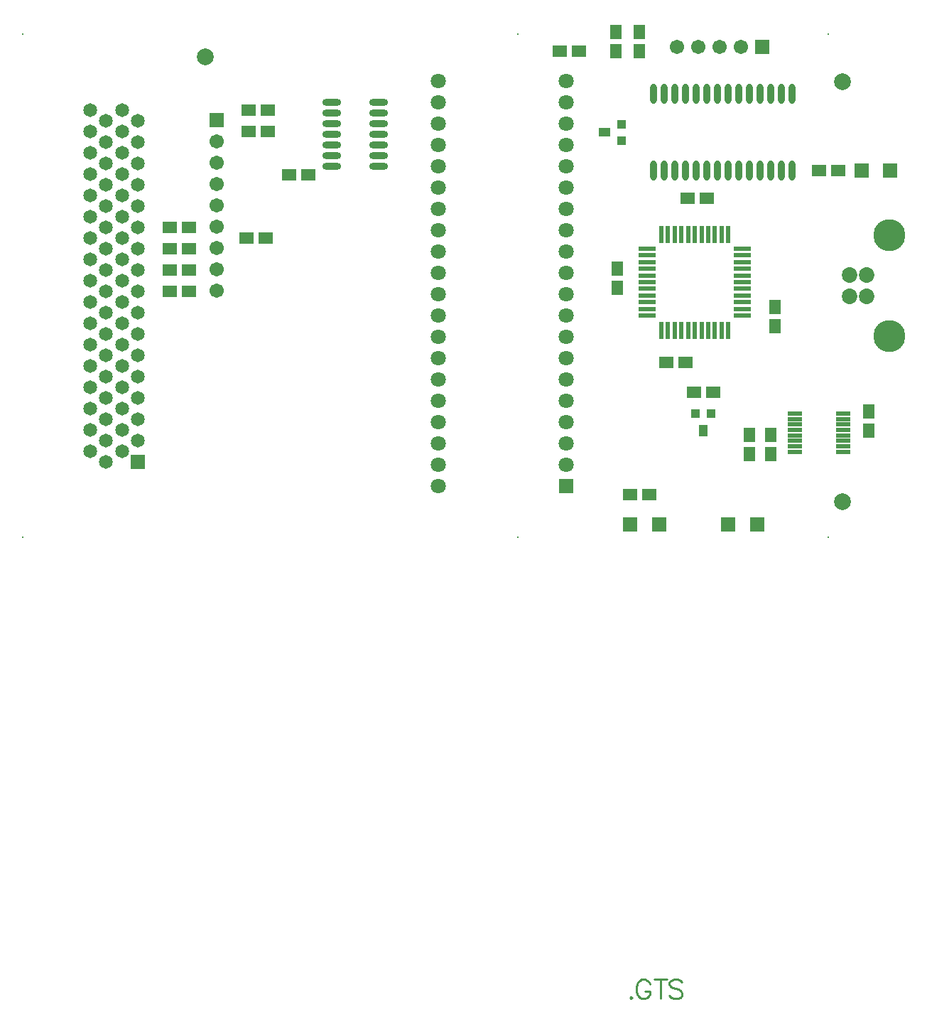
<source format=gts>
%FSLAX44Y44*%
%MOMM*%
G71*
G01*
G75*
%ADD10C,0.2000*%
%ADD11O,0.6000X2.2000*%
%ADD12O,0.6000X2.2000*%
%ADD13R,1.5240X1.5240*%
%ADD14R,1.5240X1.2700*%
%ADD15R,1.2700X1.5240*%
%ADD16O,2.0320X0.6096*%
%ADD17R,0.4064X1.9050*%
%ADD18R,1.9050X0.4064*%
%ADD19C,1.0000*%
%ADD20R,0.9144X0.9144*%
%ADD21R,1.2700X0.9144*%
%ADD22R,1.5000X0.4000*%
%ADD23R,0.9144X1.2700*%
%ADD24C,0.2540*%
%ADD25C,0.3000*%
%ADD26C,1.0000*%
%ADD27C,0.5000*%
%ADD28C,0.8000*%
%ADD29C,0.6000*%
%ADD30C,0.2286*%
%ADD31C,1.6000*%
%ADD32R,1.6000X1.6000*%
%ADD33C,1.5000*%
%ADD34R,1.5000X1.5000*%
%ADD35C,1.4500*%
%ADD36R,1.4500X1.4500*%
%ADD37C,1.6510*%
%ADD38C,3.6000*%
%ADD39C,0.8000*%
%ADD40O,2.5400X0.7500*%
%ADD41R,2.5400X0.7500*%
%ADD42C,0.4000*%
%ADD43C,0.7000*%
%ADD44C,0.2500*%
%ADD45C,0.3048*%
%ADD46C,0.1500*%
%ADD47O,0.8032X2.4032*%
%ADD48O,0.8032X2.4032*%
%ADD49R,1.7272X1.7272*%
%ADD50R,1.7272X1.4732*%
%ADD51R,1.4732X1.7272*%
%ADD52O,2.2352X0.8128*%
%ADD53R,0.6096X2.1082*%
%ADD54R,2.1082X0.6096*%
%ADD55C,2.0000*%
%ADD56R,1.1176X1.1176*%
%ADD57R,1.4732X1.1176*%
%ADD58R,1.7032X0.6032*%
%ADD59R,1.1176X1.4732*%
%ADD60C,1.8032*%
%ADD61C,0.2032*%
%ADD62R,1.8032X1.8032*%
%ADD63C,1.7032*%
%ADD64R,1.7032X1.7032*%
%ADD65C,1.6532*%
%ADD66R,1.6532X1.6532*%
%ADD67C,1.8542*%
%ADD68C,3.8032*%
D30*
X2872684Y1389144D02*
X2871596Y1388055D01*
X2872684Y1386967D01*
X2873772Y1388055D01*
X2872684Y1389144D01*
X2895104Y1404380D02*
X2894016Y1406557D01*
X2891839Y1408734D01*
X2889662Y1409822D01*
X2885309D01*
X2883132Y1408734D01*
X2880956Y1406557D01*
X2879867Y1404380D01*
X2878779Y1401115D01*
Y1395674D01*
X2879867Y1392409D01*
X2880956Y1390232D01*
X2883132Y1388055D01*
X2885309Y1386967D01*
X2889662D01*
X2891839Y1388055D01*
X2894016Y1390232D01*
X2895104Y1392409D01*
Y1395674D01*
X2889662D02*
X2895104D01*
X2907946Y1409822D02*
Y1386967D01*
X2900328Y1409822D02*
X2915565D01*
X2933522Y1406557D02*
X2931346Y1408734D01*
X2928080Y1409822D01*
X2923727D01*
X2920462Y1408734D01*
X2918286Y1406557D01*
Y1404380D01*
X2919374Y1402204D01*
X2920462Y1401115D01*
X2922639Y1400027D01*
X2929169Y1397850D01*
X2931346Y1396762D01*
X2932434Y1395674D01*
X2933522Y1393497D01*
Y1390232D01*
X2931346Y1388055D01*
X2928080Y1386967D01*
X2923727D01*
X2920462Y1388055D01*
X2918286Y1390232D01*
D47*
X3013836Y2465197D02*
D03*
X2924936Y2373197D02*
D03*
X2937636D02*
D03*
X2950336D02*
D03*
X2963036D02*
D03*
X3051936D02*
D03*
X3064636D02*
D03*
X2975736Y2465197D02*
D03*
X2912236D02*
D03*
X2899536D02*
D03*
X3039236D02*
D03*
X3026536D02*
D03*
X3051936D02*
D03*
X2912236Y2373197D02*
D03*
X2950336Y2465197D02*
D03*
X2937636D02*
D03*
X2899536Y2373197D02*
D03*
X2924936Y2465197D02*
D03*
X3001136D02*
D03*
X2988436D02*
D03*
X2975736Y2373197D02*
D03*
X3039236D02*
D03*
X3013836D02*
D03*
X3001136D02*
D03*
X2988436D02*
D03*
X3026536D02*
D03*
X2963036Y2465197D02*
D03*
D48*
X3064636D02*
D03*
D49*
X3181630Y2373197D02*
D03*
X3147340D02*
D03*
X2871596Y1952117D02*
D03*
X2905886D02*
D03*
X2988436D02*
D03*
X3022726D02*
D03*
D50*
X3096542Y2373197D02*
D03*
X3119402D02*
D03*
X2810518Y2516121D02*
D03*
X2787658D02*
D03*
X2871506Y1987483D02*
D03*
X2894366D02*
D03*
X2914776Y2145157D02*
D03*
X2937636D02*
D03*
X2940176Y2340737D02*
D03*
X2963036D02*
D03*
X2488056Y2368677D02*
D03*
X2465196D02*
D03*
X2947796Y2109597D02*
D03*
X2970656D02*
D03*
X2416936Y2445867D02*
D03*
X2439796D02*
D03*
X2416936Y2420467D02*
D03*
X2439796D02*
D03*
X2322930Y2306167D02*
D03*
X2345790D02*
D03*
Y2280767D02*
D03*
X2322930D02*
D03*
X2414396Y2293467D02*
D03*
X2437256D02*
D03*
X2322930Y2255367D02*
D03*
X2345790D02*
D03*
X2322930Y2229967D02*
D03*
X2345790D02*
D03*
D51*
X2882168Y2538981D02*
D03*
Y2516121D02*
D03*
X3039236Y2058797D02*
D03*
Y2035937D02*
D03*
X3156076Y2086737D02*
D03*
Y2063877D02*
D03*
X3044316Y2188337D02*
D03*
Y2211197D02*
D03*
X3013836Y2058797D02*
D03*
Y2035937D02*
D03*
X2856356Y2256917D02*
D03*
Y2234057D02*
D03*
X2854753Y2516121D02*
D03*
Y2538981D02*
D03*
D52*
X2571876Y2378837D02*
D03*
Y2391537D02*
D03*
Y2455037D02*
D03*
X2515996Y2404237D02*
D03*
Y2378837D02*
D03*
Y2416937D02*
D03*
Y2391537D02*
D03*
X2571876Y2404237D02*
D03*
Y2429637D02*
D03*
X2515996D02*
D03*
Y2442337D02*
D03*
X2571876Y2416937D02*
D03*
Y2442337D02*
D03*
X2515996Y2455037D02*
D03*
D53*
X2956686Y2297557D02*
D03*
X2980562D02*
D03*
X2972688Y2183511D02*
D03*
X2980562D02*
D03*
X2964560D02*
D03*
X2956686D02*
D03*
X2988436Y2297557D02*
D03*
X2964560D02*
D03*
X2924682D02*
D03*
X2916808D02*
D03*
X2908680D02*
D03*
X2916808Y2183511D02*
D03*
X2924682D02*
D03*
X2932810D02*
D03*
X2988436D02*
D03*
X2932810Y2297557D02*
D03*
X2948558Y2183511D02*
D03*
X2940684Y2297557D02*
D03*
X2972688D02*
D03*
X2948558D02*
D03*
X2940684Y2183511D02*
D03*
X2908680D02*
D03*
D54*
X3005454Y2224659D02*
D03*
Y2232787D02*
D03*
Y2240661D02*
D03*
Y2200783D02*
D03*
Y2280539D02*
D03*
X2891662D02*
D03*
Y2272665D02*
D03*
Y2256663D02*
D03*
Y2240661D02*
D03*
X3005454Y2208657D02*
D03*
Y2248535D02*
D03*
Y2256663D02*
D03*
Y2264537D02*
D03*
Y2272665D02*
D03*
X2891662Y2264537D02*
D03*
Y2248535D02*
D03*
Y2224659D02*
D03*
Y2216785D02*
D03*
Y2208657D02*
D03*
Y2200783D02*
D03*
Y2232787D02*
D03*
X3005454Y2216785D02*
D03*
D55*
X2364916Y2509317D02*
D03*
X3124916Y1979317D02*
D03*
Y2479317D02*
D03*
D56*
X2861436Y2409317D02*
D03*
Y2428367D02*
D03*
X2949066Y2084197D02*
D03*
X2968116D02*
D03*
D57*
X2841116Y2418969D02*
D03*
D58*
X3067596Y2051477D02*
D03*
Y2057977D02*
D03*
X3125596Y2044977D02*
D03*
Y2038477D02*
D03*
Y2051477D02*
D03*
Y2083977D02*
D03*
X3067596Y2038477D02*
D03*
Y2044977D02*
D03*
Y2064477D02*
D03*
Y2070977D02*
D03*
Y2077477D02*
D03*
Y2083977D02*
D03*
X3125596Y2057977D02*
D03*
Y2064477D02*
D03*
Y2077477D02*
D03*
Y2070977D02*
D03*
D59*
X2958464Y2063877D02*
D03*
D60*
X2642996Y2353437D02*
D03*
Y1997837D02*
D03*
Y2023237D02*
D03*
Y2048637D02*
D03*
Y2074037D02*
D03*
Y2099437D02*
D03*
Y2124837D02*
D03*
Y2150237D02*
D03*
Y2175637D02*
D03*
Y2201037D02*
D03*
Y2226437D02*
D03*
Y2251837D02*
D03*
Y2277237D02*
D03*
Y2302637D02*
D03*
Y2328037D02*
D03*
Y2378837D02*
D03*
Y2404237D02*
D03*
Y2429637D02*
D03*
Y2455037D02*
D03*
Y2480437D02*
D03*
X2795396D02*
D03*
Y2455037D02*
D03*
Y2429637D02*
D03*
Y2404237D02*
D03*
Y2378837D02*
D03*
Y2353437D02*
D03*
Y2328037D02*
D03*
Y2302637D02*
D03*
Y2277237D02*
D03*
Y2251837D02*
D03*
Y2226437D02*
D03*
Y2201037D02*
D03*
Y2175637D02*
D03*
Y2150237D02*
D03*
Y2124837D02*
D03*
Y2099437D02*
D03*
Y2074037D02*
D03*
Y2048637D02*
D03*
Y2023237D02*
D03*
D61*
X2147916Y1936317D02*
D03*
Y2536317D02*
D03*
X3107916D02*
D03*
X2737916D02*
D03*
X3107916Y1936317D02*
D03*
X2737916D02*
D03*
D62*
X2795396Y1997837D02*
D03*
D63*
X2952876Y2521077D02*
D03*
X2978276D02*
D03*
X3003676D02*
D03*
X2927476D02*
D03*
X2378836Y2255517D02*
D03*
Y2230117D02*
D03*
Y2280917D02*
D03*
Y2331717D02*
D03*
Y2407917D02*
D03*
Y2382517D02*
D03*
Y2306317D02*
D03*
Y2357117D02*
D03*
D64*
X3029076Y2521077D02*
D03*
X2378836Y2433317D02*
D03*
D65*
X2265866Y2039467D02*
D03*
X2284916Y2052167D02*
D03*
X2227766Y2039467D02*
D03*
X2246816Y2052167D02*
D03*
X2265866Y2064867D02*
D03*
X2284916Y2077567D02*
D03*
X2227766Y2064867D02*
D03*
X2246816Y2077567D02*
D03*
X2265866Y2090267D02*
D03*
X2284916Y2102967D02*
D03*
X2227766Y2090267D02*
D03*
X2246816Y2102967D02*
D03*
X2265866Y2115667D02*
D03*
X2284916Y2128367D02*
D03*
X2227766Y2115667D02*
D03*
X2246816Y2128367D02*
D03*
X2265866Y2141067D02*
D03*
X2284916Y2153767D02*
D03*
X2227766Y2141067D02*
D03*
X2246816Y2153767D02*
D03*
X2265866Y2166467D02*
D03*
X2284916Y2179167D02*
D03*
X2227766Y2166467D02*
D03*
X2246816Y2179167D02*
D03*
X2265866Y2191867D02*
D03*
X2284916Y2204567D02*
D03*
X2227766Y2191867D02*
D03*
X2246816Y2204567D02*
D03*
X2265866Y2217267D02*
D03*
X2284916Y2229967D02*
D03*
X2227766Y2217267D02*
D03*
X2246816Y2229967D02*
D03*
X2265866Y2242667D02*
D03*
X2284916Y2255367D02*
D03*
X2227766Y2242667D02*
D03*
X2246816Y2255367D02*
D03*
X2265866Y2268067D02*
D03*
X2284916Y2280767D02*
D03*
X2227766Y2268067D02*
D03*
X2246816Y2280767D02*
D03*
X2265866Y2293467D02*
D03*
X2284916Y2306167D02*
D03*
X2227766Y2293467D02*
D03*
X2246816Y2306167D02*
D03*
X2284916Y2331567D02*
D03*
X2227766Y2318867D02*
D03*
X2246816Y2331567D02*
D03*
X2265866Y2344267D02*
D03*
X2284916Y2356967D02*
D03*
X2227766Y2344267D02*
D03*
X2246816Y2356967D02*
D03*
X2265866Y2369667D02*
D03*
X2284916Y2382367D02*
D03*
X2227766Y2369667D02*
D03*
X2246816Y2382367D02*
D03*
X2265866Y2395067D02*
D03*
X2284916Y2407767D02*
D03*
X2246816D02*
D03*
X2265866Y2420467D02*
D03*
X2284916Y2433167D02*
D03*
X2227766Y2420467D02*
D03*
X2246816Y2433167D02*
D03*
X2265866Y2445867D02*
D03*
X2227766D02*
D03*
X2246816Y2026767D02*
D03*
X2265866Y2318867D02*
D03*
X2227766Y2395067D02*
D03*
D66*
X2284916Y2026767D02*
D03*
D67*
X3153416Y2248817D02*
D03*
Y2223817D02*
D03*
X3133416Y2248817D02*
D03*
Y2223817D02*
D03*
D68*
X3180516Y2296517D02*
D03*
Y2176117D02*
D03*
M02*

</source>
